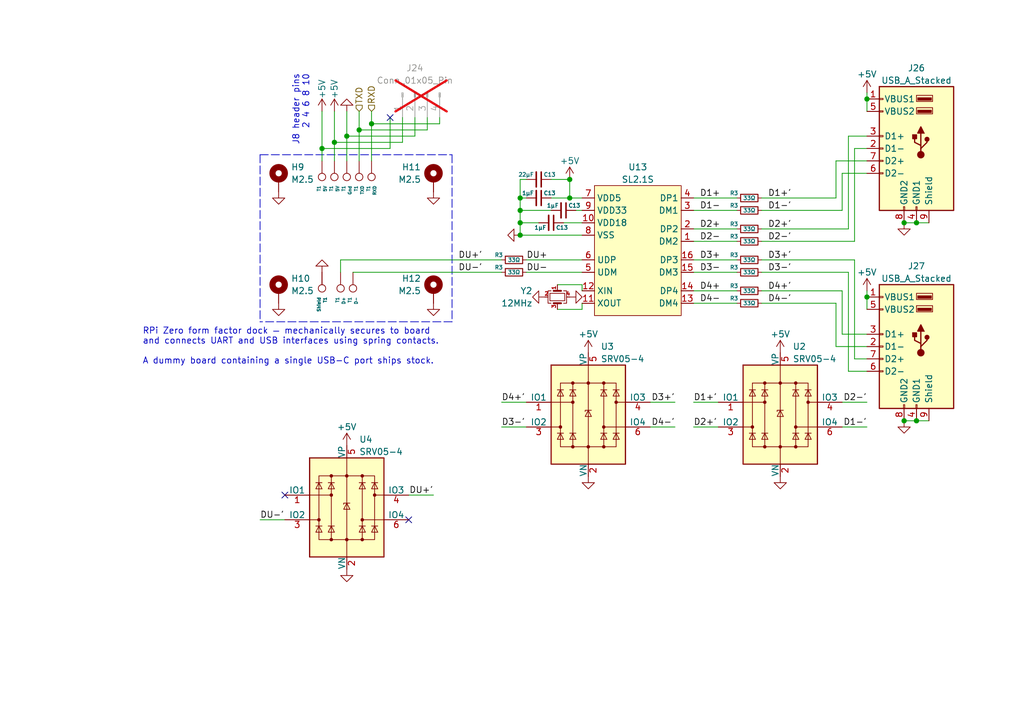
<source format=kicad_sch>
(kicad_sch (version 20230121) (generator eeschema)
  (paper "A5")
  (title_block (title "Raspberry Pi Zero Socket") (company "Meridi Engineering") (comment 1 "Mechanically attaches a Pi Zero and exposes USB and UART connections"))
  (lib_symbols
    (symbol "Connector:Conn_01x04_Pin" (pin_names (offset 1.016) hide)
      (property "Reference" "J" (at 0 5.08 0))
      (property "Value" "Conn_01x04_Pin" (at 0 -7.62 0))
      (symbol "Conn_01x04_Pin_1_1"
        (polyline (pts (xy 1.27 -5.08) (xy 0.8636 -5.08)) (stroke (width 0.1524)))
        (polyline (pts (xy 1.27 -2.54) (xy 0.8636 -2.54)) (stroke (width 0.1524)))
        (polyline (pts (xy 1.27 0) (xy 0.8636 0)) (stroke (width 0.1524)))
        (polyline (pts (xy 1.27 2.54) (xy 0.8636 2.54)) (stroke (width 0.1524)))
        (rectangle (start 0.8636 -4.953) (end 0 -5.207) (stroke (width 0.1524)) (fill (type outline)))
        (rectangle (start 0.8636 -2.413) (end 0 -2.667) (stroke (width 0.1524)) (fill (type outline)))
        (rectangle (start 0.8636 0.127) (end 0 -0.127) (stroke (width 0.1524)) (fill (type outline)))
        (rectangle (start 0.8636 2.667) (end 0 2.413) (stroke (width 0.1524)) (fill (type outline)))
        (pin passive line (at 5.08 2.54 180) (length 3.81) (name "Pin_1") (number "1"))
        (pin passive line (at 5.08 0 180) (length 3.81) (name "Pin_2") (number "2"))
        (pin passive line (at 5.08 -2.54 180) (length 3.81) (name "Pin_3") (number "3"))
        (pin passive line (at 5.08 -5.08 180) (length 3.81) (name "Pin_4") (number "4"))
      )
    )
    (symbol "Connector:TestPoint" (pin_numbers hide) (pin_names (offset 0.762) hide)
      (property "Reference" "TP" (at 0 6.858 0))
      (property "Value" "TestPoint" (at 0 5.08 0))
      (symbol "TestPoint_0_1"
        (circle (center 0 3.302) (radius 0.762))
      )
      (symbol "TestPoint_1_1"
        (pin passive line (at 0 0 90) (length 2.54) (name "1") (number "1"))
      )
    )
    (symbol "Connector:USB_A_Stacked" (pin_names (offset 1.016))
      (property "Reference" "J" (at 0 15.875 0))
      (property "Value" "USB_A_Stacked" (at 0 13.97 0))
      (symbol "USB_A_Stacked_0_1"
        (rectangle (start -7.62 12.7) (end 7.62 -12.7) (stroke (width 0.254)) (fill (type background)))
        (circle (center -2.159 1.905) (radius 0.381) (stroke (width 0.254)) (fill (type outline)))
        (circle (center -0.889 -1.27) (radius 0.635) (stroke (width 0.254)) (fill (type outline)))
        (rectangle (start -0.254 7.366) (end -3.048 7.874) (fill (type outline)))
        (rectangle (start -0.254 9.906) (end -3.048 10.414) (fill (type outline)))
        (rectangle (start -0.127 -12.7) (end 0.127 -11.938))
        (polyline (pts (xy -1.524 3.175) (xy -0.254 3.175) (xy -0.889 4.445) (xy -1.524 3.175)) (stroke (width 0.254)) (fill (type outline)))
        (polyline (pts (xy -0.889 -0.635) (xy -0.889 0) (xy -2.159 1.27) (xy -2.159 1.905)) (stroke (width 0.254)))
        (polyline (pts (xy -0.889 0) (xy -0.889 0.635) (xy 0.381 1.27) (xy 0.381 2.54)) (stroke (width 0.254)))
        (rectangle (start 0 2.794) (end 0.762 2.032) (stroke (width 0.254)) (fill (type outline)))
        (rectangle (start 0 7.112) (end -3.302 8.382))
        (rectangle (start 0 9.652) (end -3.302 10.922))
        (rectangle (start 2.413 -12.7) (end 2.667 -11.938))
        (rectangle (start 7.62 -5.207) (end 6.858 -4.953))
        (rectangle (start 7.62 -2.667) (end 6.858 -2.413))
        (rectangle (start 7.62 -0.127) (end 6.858 0.127))
        (rectangle (start 7.62 2.413) (end 6.858 2.667))
        (rectangle (start 7.62 7.493) (end 6.858 7.747))
        (rectangle (start 7.62 10.033) (end 6.858 10.287))
      )
      (symbol "USB_A_Stacked_1_1"
        (polyline (pts (xy -0.889 0.635) (xy -0.889 3.175)) (stroke (width 0.254)))
        (pin power_in line (at 10.16 10.16 180) (length 2.54) (name "VBUS1") (number "1"))
        (pin bidirectional line (at 10.16 0 180) (length 2.54) (name "D1-") (number "2"))
        (pin bidirectional line (at 10.16 2.54 180) (length 2.54) (name "D1+") (number "3"))
        (pin power_in line (at 0 -15.24 90) (length 2.54) (name "GND1") (number "4"))
        (pin power_in line (at 10.16 7.62 180) (length 2.54) (name "VBUS2") (number "5"))
        (pin bidirectional line (at 10.16 -5.08 180) (length 2.54) (name "D2-") (number "6"))
        (pin bidirectional line (at 10.16 -2.54 180) (length 2.54) (name "D2+") (number "7"))
        (pin power_in line (at 2.54 -15.24 90) (length 2.54) (name "GND2") (number "8"))
        (pin passive line (at -2.54 -15.24 90) (length 2.54) (name "Shield") (number "9"))
      )
    )
    (symbol "Device:C_Small" (pin_numbers hide) (pin_names (offset 0.254) hide)
      (property "Reference" "C" (at 0.254 1.778 0))
      (property "Value" "C_Small" (at 0.254 -2.032 0))
      (symbol "C_Small_0_1"
        (polyline (pts (xy -1.524 -0.508) (xy 1.524 -0.508)) (stroke (width 0.3302)))
        (polyline (pts (xy -1.524 0.508) (xy 1.524 0.508)) (stroke (width 0.3048)))
      )
      (symbol "C_Small_1_1"
        (pin passive line (at 0 2.54 270) (length 2.032) (name "~") (number "1"))
        (pin passive line (at 0 -2.54 90) (length 2.032) (name "~") (number "2"))
      )
    )
    (symbol "Device:Crystal_GND24_Small" (pin_names (offset 1.016) hide)
      (property "Reference" "Y" (at 1.27 4.445 0))
      (property "Value" "Crystal_GND24_Small" (at 1.27 2.54 0))
      (symbol "Crystal_GND24_Small_0_1"
        (rectangle (start -0.762 -1.524) (end 0.762 1.524))
        (polyline (pts (xy -1.27 -0.762) (xy -1.27 0.762)) (stroke (width 0.381)))
        (polyline (pts (xy 1.27 -0.762) (xy 1.27 0.762)) (stroke (width 0.381)))
        (polyline (pts (xy -1.27 -1.27) (xy -1.27 -1.905) (xy 1.27 -1.905) (xy 1.27 -1.27)))
        (polyline (pts (xy -1.27 1.27) (xy -1.27 1.905) (xy 1.27 1.905) (xy 1.27 1.27)))
      )
      (symbol "Crystal_GND24_Small_1_1"
        (pin passive line (at -2.54 0 0) (length 1.27) (name "1") (number "1"))
        (pin passive line (at 0 -2.54 90) (length 0.635) (name "2") (number "2"))
        (pin passive line (at 2.54 0 180) (length 1.27) (name "3") (number "3"))
        (pin passive line (at 0 2.54 270) (length 0.635) (name "4") (number "4"))
      )
    )
    (symbol "Device:R_Small" (pin_numbers hide) (pin_names (offset 0.254) hide)
      (property "Reference" "R" (at 0.762 0.508 0))
      (property "Value" "R_Small" (at 0.762 -1.016 0))
      (symbol "R_Small_0_1"
        (rectangle (start -0.762 1.778) (end 0.762 -1.778) (stroke (width 0.2032)))
      )
      (symbol "R_Small_1_1"
        (pin passive line (at 0 2.54 270) (length 0.762) (name "~") (number "1"))
        (pin passive line (at 0 -2.54 90) (length 0.762) (name "~") (number "2"))
      )
    )
    (symbol "Mechanical:MountingHole_Pad" (pin_numbers hide) (pin_names (offset 1.016) hide)
      (property "Reference" "H" (at 0 6.35 0))
      (property "Value" "MountingHole_Pad" (at 0 4.445 0))
      (symbol "MountingHole_Pad_0_1"
        (circle (center 0 1.27) (radius 1.27) (stroke (width 1.27)))
      )
      (symbol "MountingHole_Pad_1_1"
        (pin input line (at 0 -2.54 90) (length 2.54) (name "1") (number "1"))
      )
    )
    (symbol "Power_Protection:SRV05-4" (pin_names (offset 0))
      (property "Reference" "U" (at -5.08 11.43 0))
      (property "Value" "SRV05-4" (at 2.54 11.43 0))
      (symbol "SRV05-4_0_0"
        (rectangle (start -5.715 6.477) (end 5.715 -6.604))
        (polyline (pts (xy -3.175 -6.604) (xy -3.175 6.477)))
        (polyline (pts (xy 3.175 6.477) (xy 3.175 -6.604)))
      )
      (symbol "SRV05-4_0_1"
        (rectangle (start -7.62 10.16) (end 7.62 -10.16) (stroke (width 0.254)) (fill (type background)))
        (circle (center -5.715 -2.54) (radius 0.2794) (fill (type outline)))
        (circle (center -3.175 -6.604) (radius 0.2794) (fill (type outline)))
        (circle (center -3.175 2.54) (radius 0.2794) (fill (type outline)))
        (circle (center -3.175 6.477) (radius 0.2794) (fill (type outline)))
        (circle (center 0 -6.604) (radius 0.2794) (fill (type outline)))
        (polyline (pts (xy -7.747 2.54) (xy -3.175 2.54)))
        (polyline (pts (xy -7.62 -2.54) (xy -5.715 -2.54)))
        (polyline (pts (xy -5.08 -3.81) (xy -6.35 -3.81)))
        (polyline (pts (xy -5.08 5.08) (xy -6.35 5.08)))
        (polyline (pts (xy -2.54 -3.81) (xy -3.81 -3.81)))
        (polyline (pts (xy -2.54 5.08) (xy -3.81 5.08)))
        (polyline (pts (xy 0 10.16) (xy 0 -10.16)))
        (polyline (pts (xy 3.81 -3.81) (xy 2.54 -3.81)))
        (polyline (pts (xy 3.81 5.08) (xy 2.54 5.08)))
        (polyline (pts (xy 6.35 -3.81) (xy 5.08 -3.81)))
        (polyline (pts (xy 6.35 5.08) (xy 5.08 5.08)))
        (polyline (pts (xy 7.62 -2.54) (xy 3.175 -2.54)))
        (polyline (pts (xy 7.62 2.54) (xy 5.715 2.54)))
        (polyline (pts (xy 0.635 0.889) (xy -0.635 0.889) (xy -0.635 0.635)))
        (polyline (pts (xy -5.08 -5.08) (xy -6.35 -5.08) (xy -5.715 -3.81) (xy -5.08 -5.08)))
        (polyline (pts (xy -5.08 3.81) (xy -6.35 3.81) (xy -5.715 5.08) (xy -5.08 3.81)))
        (polyline (pts (xy -2.54 -5.08) (xy -3.81 -5.08) (xy -3.175 -3.81) (xy -2.54 -5.08)))
        (polyline (pts (xy -2.54 3.81) (xy -3.81 3.81) (xy -3.175 5.08) (xy -2.54 3.81)))
        (polyline (pts (xy 0.635 -0.381) (xy -0.635 -0.381) (xy 0 0.889) (xy 0.635 -0.381)))
        (polyline (pts (xy 3.81 -5.08) (xy 2.54 -5.08) (xy 3.175 -3.81) (xy 3.81 -5.08)))
        (polyline (pts (xy 3.81 3.81) (xy 2.54 3.81) (xy 3.175 5.08) (xy 3.81 3.81)))
        (polyline (pts (xy 6.35 -5.08) (xy 5.08 -5.08) (xy 5.715 -3.81) (xy 6.35 -5.08)))
        (polyline (pts (xy 6.35 3.81) (xy 5.08 3.81) (xy 5.715 5.08) (xy 6.35 3.81)))
        (circle (center 0 6.477) (radius 0.2794) (fill (type outline)))
        (circle (center 3.175 -6.604) (radius 0.2794) (fill (type outline)))
        (circle (center 3.175 -2.54) (radius 0.2794) (fill (type outline)))
        (circle (center 3.175 6.477) (radius 0.2794) (fill (type outline)))
        (circle (center 5.715 2.54) (radius 0.2794) (fill (type outline)))
      )
      (symbol "SRV05-4_1_1"
        (pin passive line (at -12.7 2.54 0) (length 5.08) (name "IO1") (number "1"))
        (pin passive line (at 0 -12.7 90) (length 2.54) (name "VN") (number "2"))
        (pin passive line (at -12.7 -2.54 0) (length 5.08) (name "IO2") (number "3"))
        (pin passive line (at 12.7 2.54 180) (length 5.08) (name "IO3") (number "4"))
        (pin passive line (at 0 12.7 270) (length 2.54) (name "VP") (number "5"))
        (pin passive line (at 12.7 -2.54 180) (length 5.08) (name "IO4") (number "6"))
      )
    )
    (symbol "corevus:SL2.1S"
      (property "Reference" "U" (at -8.89 -13.97 0))
      (property "Value" "SL2.1S" (at 8.89 -13.97 0))
      (symbol "SL2.1S_0_1"
        (rectangle (start -8.89 13.97) (end 8.89 -12.7) (fill (type background)))
        (pin unspecified line (at 11.43 2.54 180) (length 2.54) (name "DM2") (number "1"))
        (pin unspecified line (at -11.43 6.35 0) (length 2.54) (name "VDD18") (number "10"))
        (pin unspecified line (at -11.43 -10.16 0) (length 2.54) (name "XOUT") (number "11"))
        (pin unspecified line (at -11.43 -7.62 0) (length 2.54) (name "XIN") (number "12"))
        (pin unspecified line (at 11.43 -10.16 180) (length 2.54) (name "DM4") (number "13"))
        (pin unspecified line (at 11.43 -7.62 180) (length 2.54) (name "DP4") (number "14"))
        (pin unspecified line (at 11.43 -3.81 180) (length 2.54) (name "DM3") (number "15"))
        (pin unspecified line (at 11.43 -1.27 180) (length 2.54) (name "DP3") (number "16"))
        (pin unspecified line (at 11.43 5.08 180) (length 2.54) (name "DP2") (number "2"))
        (pin unspecified line (at 11.43 8.89 180) (length 2.54) (name "DM1") (number "3"))
        (pin unspecified line (at 11.43 11.43 180) (length 2.54) (name "DP1") (number "4"))
        (pin unspecified line (at -11.43 -3.81 0) (length 2.54) (name "UDM") (number "5"))
        (pin unspecified line (at -11.43 -1.27 0) (length 2.54) (name "UDP") (number "6"))
        (pin unspecified line (at -11.43 11.43 0) (length 2.54) (name "VDD5") (number "7"))
        (pin unspecified line (at -11.43 3.81 0) (length 2.54) (name "VSS") (number "8"))
        (pin unspecified line (at -11.43 8.89 0) (length 2.54) (name "VDD33") (number "9"))
      )
    )
    (symbol "power:+5V" (power) (pin_names (offset 0))
      (property "Value" "+5V" (at 0 3.556 0))
      (symbol "+5V_0_1"
        (polyline (pts (xy -0.762 1.27) (xy 0 2.54)))
        (polyline (pts (xy 0 0) (xy 0 2.54)))
        (polyline (pts (xy 0 2.54) (xy 0.762 1.27)))
      )
      (symbol "+5V_1_1"
        (pin power_in line (at 0 0 90) (length 0) hide (name "+5V") (number "1"))
      )
    )
    (symbol "power:GND" (power) (pin_names (offset 0))
      (property "Value" "GND" (at 0 -3.81 0))
      (symbol "GND_0_1"
        (polyline (pts (xy 0 0) (xy 0 -1.27) (xy 1.27 -1.27) (xy 0 -2.54) (xy -1.27 -1.27) (xy 0 -1.27)))
      )
      (symbol "GND_1_1"
        (pin power_in line (at 0 0 270) (length 0) hide (name "GND") (number "1"))
      )
    )
  )
  (junction (at 76.2 25.4))
  (junction (at 185.42 45.72))
  (junction (at 71.12 27.94))
  (junction (at 177.8 20.32))
  (junction (at 66.04 30.48))
  (junction (at 68.58 29.21))
  (junction (at 106.68 43.18))
  (junction (at 106.68 40.64))
  (junction (at 116.84 40.64))
  (junction (at 73.66 26.67))
  (junction (at 185.42 86.36))
  (junction (at 177.8 60.96))
  (junction (at 187.96 86.36))
  (junction (at 106.68 45.72))
  (junction (at 187.96 45.72))
  (junction (at 116.84 36.83))
  (junction (at 106.68 48.26))
  (no_connect (at 83.82 106.68))
  (no_connect (at 58.42 101.6))
  (no_connect (at 80.01 24.13))
  (wire (pts (xy 156.21 40.64) (xy 171.45 40.64)))
  (wire (pts (xy 113.03 36.83) (xy 116.84 36.83)))
  (wire (pts (xy 142.24 53.34) (xy 151.13 53.34)))
  (wire (pts (xy 90.17 25.4) (xy 90.17 24.13)))
  (wire (pts (xy 87.63 26.67) (xy 87.63 24.13)))
  (wire (pts (xy 151.13 40.64) (xy 142.24 40.64)))
  (wire (pts (xy 175.26 30.48) (xy 177.8 30.48)))
  (wire (pts (xy 156.21 49.53) (xy 175.26 49.53)))
  (wire (pts (xy 172.72 35.56) (xy 172.72 43.18)))
  (wire (pts (xy 106.68 45.72) (xy 110.49 45.72)))
  (wire (pts (xy 71.12 27.94) (xy 85.09 27.94)))
  (wire (pts (xy 142.24 82.55) (xy 147.32 82.55)))
  (wire (pts (xy 156.21 59.69) (xy 172.72 59.69)))
  (wire (pts (xy 107.95 53.34) (xy 119.38 53.34)))
  (polyline (pts (xy 92.71 31.75) (xy 92.71 66.04)) (stroke (width 0) (type dash)))
  (wire (pts (xy 142.24 43.18) (xy 151.13 43.18)))
  (wire (pts (xy 118.11 43.18) (xy 119.38 43.18)))
  (wire (pts (xy 175.26 30.48) (xy 175.26 49.53)))
  (wire (pts (xy 71.12 33.02) (xy 71.12 27.94)))
  (wire (pts (xy 85.09 27.94) (xy 85.09 24.13)))
  (wire (pts (xy 106.68 45.72) (xy 106.68 48.26)))
  (wire (pts (xy 53.34 106.68) (xy 58.42 106.68)))
  (wire (pts (xy 187.96 86.36) (xy 190.5 86.36)))
  (wire (pts (xy 177.8 19.05) (xy 177.8 20.32)))
  (wire (pts (xy 106.68 40.64) (xy 107.95 40.64)))
  (wire (pts (xy 76.2 22.86) (xy 76.2 25.4)))
  (wire (pts (xy 107.95 55.88) (xy 119.38 55.88)))
  (wire (pts (xy 156.21 53.34) (xy 175.26 53.34)))
  (wire (pts (xy 76.2 25.4) (xy 90.17 25.4)))
  (wire (pts (xy 82.55 29.21) (xy 82.55 24.13)))
  (wire (pts (xy 156.21 62.23) (xy 171.45 62.23)))
  (wire (pts (xy 142.24 62.23) (xy 151.13 62.23)))
  (wire (pts (xy 177.8 59.69) (xy 177.8 60.96)))
  (wire (pts (xy 156.21 46.99) (xy 173.99 46.99)))
  (wire (pts (xy 156.21 55.88) (xy 173.99 55.88)))
  (wire (pts (xy 102.87 82.55) (xy 107.95 82.55)))
  (wire (pts (xy 72.39 55.88) (xy 102.87 55.88)))
  (wire (pts (xy 119.38 59.69) (xy 119.38 58.42)))
  (wire (pts (xy 175.26 53.34) (xy 175.26 73.66)))
  (wire (pts (xy 116.84 36.83) (xy 116.84 40.64)))
  (wire (pts (xy 106.68 43.18) (xy 106.68 45.72)))
  (wire (pts (xy 173.99 76.2) (xy 177.8 76.2)))
  (wire (pts (xy 68.58 22.86) (xy 68.58 29.21)))
  (wire (pts (xy 173.99 55.88) (xy 173.99 76.2)))
  (wire (pts (xy 102.87 87.63) (xy 107.95 87.63)))
  (wire (pts (xy 114.3 63.5) (xy 119.38 63.5)))
  (wire (pts (xy 68.58 29.21) (xy 82.55 29.21)))
  (wire (pts (xy 66.04 33.02) (xy 66.04 30.48)))
  (wire (pts (xy 171.45 62.23) (xy 171.45 71.12)))
  (wire (pts (xy 76.2 25.4) (xy 76.2 33.02)))
  (wire (pts (xy 177.8 20.32) (xy 177.8 22.86)))
  (wire (pts (xy 177.8 82.55) (xy 172.72 82.55)))
  (wire (pts (xy 80.01 30.48) (xy 80.01 24.13)))
  (wire (pts (xy 113.03 40.64) (xy 116.84 40.64)))
  (wire (pts (xy 185.42 86.36) (xy 187.96 86.36)))
  (wire (pts (xy 142.24 87.63) (xy 147.32 87.63)))
  (wire (pts (xy 151.13 46.99) (xy 142.24 46.99)))
  (wire (pts (xy 138.43 87.63) (xy 133.35 87.63)))
  (wire (pts (xy 138.43 82.55) (xy 133.35 82.55)))
  (wire (pts (xy 185.42 45.72) (xy 187.96 45.72)))
  (wire (pts (xy 172.72 68.58) (xy 172.72 59.69)))
  (wire (pts (xy 68.58 29.21) (xy 68.58 33.02)))
  (wire (pts (xy 187.96 45.72) (xy 190.5 45.72)))
  (wire (pts (xy 73.66 26.67) (xy 73.66 33.02)))
  (wire (pts (xy 106.68 43.18) (xy 113.03 43.18)))
  (wire (pts (xy 114.3 58.42) (xy 119.38 58.42)))
  (wire (pts (xy 142.24 49.53) (xy 151.13 49.53)))
  (wire (pts (xy 151.13 59.69) (xy 142.24 59.69)))
  (wire (pts (xy 66.04 30.48) (xy 80.01 30.48)))
  (wire (pts (xy 73.66 22.86) (xy 73.66 26.67)))
  (wire (pts (xy 73.66 26.67) (xy 87.63 26.67)))
  (wire (pts (xy 177.8 60.96) (xy 177.8 63.5)))
  (wire (pts (xy 156.21 43.18) (xy 172.72 43.18)))
  (wire (pts (xy 69.85 53.34) (xy 102.87 53.34)))
  (polyline (pts (xy 92.71 66.04) (xy 53.34 66.04)) (stroke (width 0) (type dash)))
  (polyline (pts (xy 53.34 31.75) (xy 53.34 66.04)) (stroke (width 0) (type dash)))
  (wire (pts (xy 106.68 40.64) (xy 106.68 43.18)))
  (wire (pts (xy 173.99 27.94) (xy 173.99 46.99)))
  (wire (pts (xy 66.04 22.86) (xy 66.04 30.48)))
  (wire (pts (xy 106.68 36.83) (xy 107.95 36.83)))
  (wire (pts (xy 173.99 27.94) (xy 177.8 27.94)))
  (wire (pts (xy 88.9 101.6) (xy 83.82 101.6)))
  (wire (pts (xy 175.26 73.66) (xy 177.8 73.66)))
  (wire (pts (xy 172.72 35.56) (xy 177.8 35.56)))
  (wire (pts (xy 177.8 87.63) (xy 172.72 87.63)))
  (wire (pts (xy 71.12 22.86) (xy 71.12 27.94)))
  (polyline (pts (xy 53.34 31.75) (xy 92.71 31.75)) (stroke (width 0) (type dash)))
  (wire (pts (xy 171.45 71.12) (xy 177.8 71.12)))
  (wire (pts (xy 171.45 33.02) (xy 177.8 33.02)))
  (wire (pts (xy 172.72 68.58) (xy 177.8 68.58)))
  (wire (pts (xy 115.57 45.72) (xy 119.38 45.72)))
  (wire (pts (xy 116.84 40.64) (xy 119.38 40.64)))
  (wire (pts (xy 171.45 33.02) (xy 171.45 40.64)))
  (wire (pts (xy 119.38 63.5) (xy 119.38 62.23)))
  (wire (pts (xy 106.68 36.83) (xy 106.68 40.64)))
  (wire (pts (xy 106.68 48.26) (xy 119.38 48.26)))
  (wire (pts (xy 142.24 55.88) (xy 151.13 55.88)))
  (wire (pts (xy 69.85 53.34) (xy 69.85 55.88)))
  (text "RPi Zero form factor dock — mechanically secures to board\nand connects UART and USB interfaces using spring contacts.\n\nA dummy board containing a single USB-C port ships stock." (at 29.21 74.93 0) (effects (font (size 1.27 1.27)) (justify left bottom)))
  (text "J8 header pins\n2 4 6 8 10" (at 63.5 15.24 90) (effects (font (size 1.27 1.27)) (justify right bottom)))
  (label "D2+'" (at 157.48 46.99 0))
  (label "D2+'" (at 142.24 87.63 0))
  (label "D3-'" (at 102.87 87.63 0))
  (label "D2+" (at 143.51 46.99 0))
  (label "DU+'" (at 93.98 53.34 0))
  (label "D4+'" (at 102.87 82.55 0))
  (label "D2-" (at 143.51 49.53 0))
  (label "D3+" (at 143.51 53.34 0))
  (label "D1-" (at 143.51 43.18 0))
  (label "D1+'" (at 157.48 40.64 0))
  (label "D3+'" (at 138.43 82.55 180))
  (label "D1-'" (at 177.8 87.63 180))
  (label "D3-'" (at 157.48 55.88 0))
  (label "D3+'" (at 157.48 53.34 0))
  (label "DU+'" (at 88.9 101.6 180))
  (label "D4-" (at 143.51 62.23 0))
  (label "DU-'" (at 53.34 106.68 0))
  (label "DU-" (at 107.95 55.88 0))
  (label "D1+" (at 143.51 40.64 0))
  (label "DU-'" (at 93.98 55.88 0))
  (label "D4+'" (at 157.48 59.69 0))
  (label "D4-'" (at 157.48 62.23 0))
  (label "D1-'" (at 157.48 43.18 0))
  (label "D2-'" (at 157.48 49.53 0))
  (label "D4-'" (at 138.43 87.63 180))
  (label "D4+" (at 143.51 59.69 0))
  (label "D3-" (at 143.51 55.88 0))
  (label "DU+" (at 107.95 53.34 0))
  (label "D1+'" (at 142.24 82.55 0))
  (label "D2-'" (at 177.8 82.55 180))
  (hierarchical_label "TXD" (shape input) (at 73.66 22.86 90))
  (hierarchical_label "RXD" (shape input) (at 76.2 22.86 90))
  (symbol (lib_id "Device:C_Small") (at 115.57 43.18 270) (unit 1)
    (property "Reference" "C13" (at 116.57 42.18 90) (effects (font (size 0.8 0.8)) (justify left)))
    (property "Value" "1μF" (at 114.57 42.18 90) (effects (font (size 0.8 0.8)) (justify right)))
    (property "Footprint" "AlphaLib:0402C" (effects hide))
    (instances (project "driver-tmc5160" (path "" (reference "C13") (unit 1))) (project "corevus-g" (path "" (reference "C51") (unit 1)) (path "" (reference "C66") (unit 1)) (path "" (reference "C88") (unit 1)) (path "" (reference "C93") (unit 1))))
  )
  (symbol (lib_id "Power_Protection:SRV05-4") (at 120.65 85.09 0) (unit 1)
    (property "Reference" "U3" (at 123.19 71.12 0) (effects (justify left)))
    (property "Value" "SRV05-4" (at 123.19 73.66 0) (effects (justify left)))
    (property "Footprint" "Package_TO_SOT_SMD:SOT-23-6" (effects hide))
    (property "Datasheet" "http://www.onsemi.com/pub/Collateral/SRV05-4-D.PDF" (effects hide))
  )
  (symbol (lib_id "power:GND") (at 57.15 39.37 0) (unit 1)
    (property "Reference" "#PWR0109" (effects hide))
    (property "Value" "GND" (effects hide))
    (instances (project "corevus-g" (path "" (reference "#PWR0109") (unit 1)) (path "" (reference "#PWR0211") (unit 1))))
  )
  (symbol (lib_id "Connector:TestPoint") (at 72.39 55.88 0) (mirror x) (unit 1)
    (property "Reference" "T1" (at 71.755 60.96 90) (effects (font (size 0.635 0.635)) (justify left)))
    (property "Value" "D-" (at 73.025 60.96 90) (effects (font (size 0.635 0.635)) (justify left)))
    (property "Footprint" "corevus:LGA_Spring" (effects hide))
    (instances (project "corevus-g" (path "" (reference "T1") (unit 1)) (path "" (reference "T46") (unit 1))))
  )
  (symbol (lib_id "Device:Crystal_GND24_Small") (at 114.3 60.96 270) (unit 1)
    (property "Reference" "Y2" (at 109.22 59.69 90) (effects (justify right)))
    (property "Value" "12MHz" (at 109.22 62.23 90) (effects (justify right)))
    (property "Footprint" "Crystal:Crystal_SMD_3225-4Pin_3.2x2.5mm" (effects hide))
  )
  (symbol (lib_id "power:GND") (at 160.02 97.79 0) (unit 1)
    (property "Reference" "#PWR0109" (effects hide))
    (property "Value" "GND" (effects hide))
    (instances (project "corevus-g" (path "" (reference "#PWR0109") (unit 1)) (path "" (reference "#PWR0177") (unit 1))))
  )
  (symbol (lib_id "power:+5V") (at 71.12 91.44 0) (unit 1)
    (property "Reference" "#PWR0208" (effects hide))
    (property "Value" "+5V" (at 71.12 87.63 0))
  )
  (symbol (lib_id "Mechanical:MountingHole_Pad") (at 88.9 36.83 0) (mirror y) (unit 1)
    (property "Reference" "H11" (at 86.36 34.29 0) (effects (justify left)))
    (property "Value" "M2.5" (at 86.36 36.83 0) (effects (justify left)))
    (property "Footprint" "corevus:M3_M2.5_PCB_Nut" (effects hide))
  )
  (symbol (lib_id "Device:R_Small") (at 153.67 53.34 270) (mirror x) (unit 1)
    (property "Reference" "R3" (at 151.4 52.34 90) (effects (font (size 0.8 0.8)) (justify right)))
    (property "Value" "33Ω" (at 153.67 53.34 90) (effects (font (size 0.8 0.8))))
    (property "Footprint" "AlphaLib:0402R" (effects hide))
    (instances (project "driver-tmc5160" (path "" (reference "R3") (unit 1))) (project "corevus-g" (path "" (reference "R76") (unit 1)) (path "" (reference "R79") (unit 1))))
  )
  (symbol (lib_id "Mechanical:MountingHole_Pad") (at 88.9 59.69 0) (mirror y) (unit 1)
    (property "Reference" "H12" (at 86.36 57.15 0) (effects (justify left)))
    (property "Value" "M2.5" (at 86.36 59.69 0) (effects (justify left)))
    (property "Footprint" "corevus:M3_M2.5_PCB_Nut" (effects hide))
  )
  (symbol (lib_id "Connector:USB_A_Stacked") (at 187.96 30.48 0) (mirror y) (unit 1)
    (property "Reference" "J26" (at 187.96 13.97 0))
    (property "Value" "USB_A_Stacked" (at 187.96 16.51 0))
    (property "Footprint" "corevus:USB_Type-A_x2" (effects hide))
    (property "Datasheet" " ~" (effects hide))
  )
  (symbol (lib_id "Connector:USB_A_Stacked") (at 187.96 71.12 0) (mirror y) (unit 1)
    (property "Reference" "J27" (at 187.96 54.61 0))
    (property "Value" "USB_A_Stacked" (at 187.96 57.15 0))
    (property "Footprint" "corevus:USB_Type-A_x2" (effects hide))
    (property "Datasheet" " ~" (effects hide))
  )
  (symbol (lib_id "corevus:SL2.1S") (at 130.81 52.07 0) (unit 1)
    (property "Reference" "U13" (at 130.81 34.29 0))
    (property "Value" "SL2.1S" (at 130.81 36.83 0))
    (property "Footprint" "corevus:SL2.1S" (effects hide))
    (property "LCSC Part" "C2684433" (effects hide))
  )
  (symbol (lib_id "Mechanical:MountingHole_Pad") (at 57.15 59.69 0) (unit 1)
    (property "Reference" "H10" (at 59.69 57.15 0) (effects (justify left)))
    (property "Value" "M2.5" (at 59.69 59.69 0) (effects (justify left)))
    (property "Footprint" "corevus:M3_M2.5_PCB_Nut" (effects hide))
  )
  (symbol (lib_id "power:+5V") (at 116.84 36.83 0) (unit 1)
    (property "Reference" "#PWR0168" (effects hide))
    (property "Value" "+5V" (at 116.84 33.02 0))
  )
  (symbol (lib_id "power:GND") (at 88.9 39.37 0) (unit 1)
    (property "Reference" "#PWR0109" (effects hide))
    (property "Value" "GND" (effects hide))
    (instances (project "corevus-g" (path "" (reference "#PWR0109") (unit 1)) (path "" (reference "#PWR0219") (unit 1))))
  )
  (symbol (lib_id "Power_Protection:SRV05-4") (at 160.02 85.09 0) (unit 1)
    (property "Reference" "U2" (at 162.56 71.12 0) (effects (justify left)))
    (property "Value" "SRV05-4" (at 162.56 73.66 0) (effects (justify left)))
    (property "Footprint" "Package_TO_SOT_SMD:SOT-23-6" (effects hide))
    (property "Datasheet" "http://www.onsemi.com/pub/Collateral/SRV05-4-D.PDF" (effects hide))
  )
  (symbol (lib_id "Device:R_Small") (at 153.67 40.64 270) (mirror x) (unit 1)
    (property "Reference" "R3" (at 151.4 39.64 90) (effects (font (size 0.8 0.8)) (justify right)))
    (property "Value" "33Ω" (at 153.67 40.64 90) (effects (font (size 0.8 0.8))))
    (property "Footprint" "AlphaLib:0402R" (effects hide))
    (instances (project "driver-tmc5160" (path "" (reference "R3") (unit 1))) (project "corevus-g" (path "" (reference "R76") (unit 1)) (path "" (reference "R75") (unit 1))))
  )
  (symbol (lib_id "power:GND") (at 57.15 62.23 0) (unit 1)
    (property "Reference" "#PWR0109" (effects hide))
    (property "Value" "GND" (effects hide))
    (instances (project "corevus-g" (path "" (reference "#PWR0109") (unit 1)) (path "" (reference "#PWR0212") (unit 1))))
  )
  (symbol (lib_id "power:+5V") (at 68.58 22.86 0) (mirror y) (unit 1)
    (property "Reference" "#PWR0214" (effects hide))
    (property "Value" "+5V" (at 68.58 20.32 90) (effects (justify left)))
  )
  (symbol (lib_id "power:GND") (at 71.12 116.84 0) (unit 1)
    (property "Reference" "#PWR0109" (effects hide))
    (property "Value" "GND" (effects hide))
    (instances (project "corevus-g" (path "" (reference "#PWR0109") (unit 1)) (path "" (reference "#PWR0216") (unit 1))))
  )
  (symbol (lib_id "Device:R_Small") (at 105.41 55.88 270) (mirror x) (unit 1)
    (property "Reference" "R3" (at 103.14 54.88 90) (effects (font (size 0.8 0.8)) (justify right)))
    (property "Value" "33Ω" (at 105.41 55.88 90) (effects (font (size 0.8 0.8))))
    (property "Footprint" "AlphaLib:0402R" (effects hide))
    (instances (project "driver-tmc5160" (path "" (reference "R3") (unit 1))) (project "corevus-g" (path "" (reference "R76") (unit 1)) (path "" (reference "R70") (unit 1))))
  )
  (symbol (lib_id "Power_Protection:SRV05-4") (at 71.12 104.14 0) (unit 1)
    (property "Reference" "U4" (at 73.66 90.17 0) (effects (justify left)))
    (property "Value" "SRV05-4" (at 73.66 92.71 0) (effects (justify left)))
    (property "Footprint" "Package_TO_SOT_SMD:SOT-23-6" (effects hide))
    (property "Datasheet" "http://www.onsemi.com/pub/Collateral/SRV05-4-D.PDF" (effects hide))
  )
  (symbol (lib_id "Connector:TestPoint") (at 76.2 33.02 0) (mirror x) (unit 1)
    (property "Reference" "T1" (at 75.565 38.1 90) (effects (font (size 0.635 0.635)) (justify left)))
    (property "Value" "RXD" (at 76.835 38.1 90) (effects (font (size 0.635 0.635)) (justify left)))
    (property "Footprint" "corevus:LGA_Spring" (effects hide))
    (instances (project "corevus-g" (path "" (reference "T1") (unit 1)) (path "" (reference "T37") (unit 1))))
  )
  (symbol (lib_id "Connector:TestPoint") (at 71.12 33.02 0) (mirror x) (unit 1)
    (property "Reference" "T1" (at 70.485 38.1 90) (effects (font (size 0.635 0.635)) (justify left)))
    (property "Value" "Gnd" (at 71.755 38.1 90) (effects (font (size 0.635 0.635)) (justify left)))
    (property "Footprint" "corevus:LGA_Spring" (effects hide))
    (instances (project "corevus-g" (path "" (reference "T1") (unit 1)) (path "" (reference "T35") (unit 1))))
  )
  (symbol (lib_id "power:GND") (at 116.84 60.96 90) (mirror x) (unit 1)
    (property "Reference" "#PWR0109" (effects hide))
    (property "Value" "GND" (effects hide))
    (instances (project "corevus-g" (path "" (reference "#PWR0109") (unit 1)) (path "" (reference "#PWR0225") (unit 1))))
  )
  (symbol (lib_id "power:GND") (at 185.42 45.72 0) (mirror y) (unit 1)
    (property "Reference" "#PWR0109" (effects hide))
    (property "Value" "GND" (effects hide))
    (instances (project "corevus-g" (path "" (reference "#PWR0109") (unit 1)) (path "" (reference "#PWR0233") (unit 1))))
  )
  (symbol (lib_id "power:GND") (at 71.12 22.86 0) (mirror x) (unit 1)
    (property "Reference" "#PWR0109" (effects hide))
    (property "Value" "GND" (effects hide))
    (instances (project "corevus-g" (path "" (reference "#PWR0109") (unit 1)) (path "" (reference "#PWR0215") (unit 1))))
  )
  (symbol (lib_id "power:GND") (at 106.68 48.26 270) (unit 1)
    (property "Reference" "#PWR0109" (effects hide))
    (property "Value" "GND" (effects hide))
    (instances (project "corevus-g" (path "" (reference "#PWR0109") (unit 1)) (path "" (reference "#PWR0112") (unit 1))))
  )
  (symbol (lib_id "Device:C_Small") (at 113.03 45.72 270) (mirror x) (unit 1)
    (property "Reference" "C13" (at 114.03 46.72 90) (effects (font (size 0.8 0.8)) (justify left)))
    (property "Value" "1μF" (at 112.03 46.72 90) (effects (font (size 0.8 0.8)) (justify right)))
    (property "Footprint" "AlphaLib:0402C" (effects hide))
    (instances (project "driver-tmc5160" (path "" (reference "C13") (unit 1))) (project "corevus-g" (path "" (reference "C51") (unit 1)) (path "" (reference "C66") (unit 1)) (path "" (reference "C88") (unit 1)) (path "" (reference "C76") (unit 1))))
  )
  (symbol (lib_id "Device:C_Small") (at 110.49 40.64 270) (unit 1)
    (property "Reference" "C13" (at 111.49 39.64 90) (effects (font (size 0.8 0.8)) (justify left)))
    (property "Value" "1μF" (at 109.49 39.64 90) (effects (font (size 0.8 0.8)) (justify right)))
    (property "Footprint" "AlphaLib:0402C" (effects hide))
    (instances (project "driver-tmc5160" (path "" (reference "C13") (unit 1))) (project "corevus-g" (path "" (reference "C51") (unit 1)) (path "" (reference "C66") (unit 1)) (path "" (reference "C88") (unit 1)) (path "" (reference "C98") (unit 1))))
  )
  (symbol (lib_id "Connector:Conn_01x04_Pin") (at 85.09 19.05 90) (mirror x) (unit 1) (dnp yes)
    (property "Reference" "J24" (at 85.09 13.97 90))
    (property "Value" "Conn_01x05_Pin" (at 85.09 16.51 90))
    (property "Footprint" "Connector_PinHeader_2.54mm:PinHeader_1x04_P2.54mm_Vertical" (effects hide))
  )
  (symbol (lib_id "power:+5V") (at 160.02 72.39 0) (unit 1)
    (property "Reference" "#PWR0182" (effects hide))
    (property "Value" "+5V" (at 160.02 68.58 0))
  )
  (symbol (lib_id "Mechanical:MountingHole_Pad") (at 57.15 36.83 0) (unit 1)
    (property "Reference" "H9" (at 59.69 34.29 0) (effects (justify left)))
    (property "Value" "M2.5" (at 59.69 36.83 0) (effects (justify left)))
    (property "Footprint" "corevus:M3_M2.5_PCB_Nut" (effects hide))
  )
  (symbol (lib_id "power:GND") (at 185.42 86.36 0) (mirror y) (unit 1)
    (property "Reference" "#PWR0109" (effects hide))
    (property "Value" "GND" (effects hide))
    (instances (project "corevus-g" (path "" (reference "#PWR0109") (unit 1)) (path "" (reference "#PWR0234") (unit 1))))
  )
  (symbol (lib_id "power:+5V") (at 177.8 19.05 0) (unit 1)
    (property "Reference" "#PWR0231" (effects hide))
    (property "Value" "+5V" (at 177.8 15.24 0))
  )
  (symbol (lib_id "Device:R_Small") (at 105.41 53.34 270) (mirror x) (unit 1)
    (property "Reference" "R3" (at 103.14 52.34 90) (effects (font (size 0.8 0.8)) (justify right)))
    (property "Value" "33Ω" (at 105.41 53.34 90) (effects (font (size 0.8 0.8))))
    (property "Footprint" "AlphaLib:0402R" (effects hide))
    (instances (project "driver-tmc5160" (path "" (reference "R3") (unit 1))) (project "corevus-g" (path "" (reference "R76") (unit 1)) (path "" (reference "R69") (unit 1))))
  )
  (symbol (lib_id "Device:R_Small") (at 153.67 59.69 270) (mirror x) (unit 1)
    (property "Reference" "R3" (at 151.4 58.69 90) (effects (font (size 0.8 0.8)) (justify right)))
    (property "Value" "33Ω" (at 153.67 59.69 90) (effects (font (size 0.8 0.8))))
    (property "Footprint" "AlphaLib:0402R" (effects hide))
    (instances (project "driver-tmc5160" (path "" (reference "R3") (unit 1))) (project "corevus-g" (path "" (reference "R76") (unit 1)) (path "" (reference "R81") (unit 1))))
  )
  (symbol (lib_id "Device:R_Small") (at 153.67 43.18 270) (mirror x) (unit 1)
    (property "Reference" "R3" (at 151.4 42.18 90) (effects (font (size 0.8 0.8)) (justify right)))
    (property "Value" "33Ω" (at 153.67 43.18 90) (effects (font (size 0.8 0.8))))
    (property "Footprint" "AlphaLib:0402R" (effects hide))
    (instances (project "driver-tmc5160" (path "" (reference "R3") (unit 1))) (project "corevus-g" (path "" (reference "R76") (unit 1)) (path "" (reference "R76") (unit 1))))
  )
  (symbol (lib_id "power:GND") (at 111.76 60.96 270) (unit 1)
    (property "Reference" "#PWR0109" (effects hide))
    (property "Value" "GND" (effects hide))
    (instances (project "corevus-g" (path "" (reference "#PWR0109") (unit 1)) (path "" (reference "#PWR0223") (unit 1))))
  )
  (symbol (lib_id "power:+5V") (at 66.04 22.86 0) (mirror y) (unit 1)
    (property "Reference" "#PWR0213" (effects hide))
    (property "Value" "+5V" (at 66.04 20.32 90) (effects (justify left)))
  )
  (symbol (lib_id "Device:R_Small") (at 153.67 49.53 270) (mirror x) (unit 1)
    (property "Reference" "R3" (at 151.4 48.53 90) (effects (font (size 0.8 0.8)) (justify right)))
    (property "Value" "33Ω" (at 153.67 49.53 90) (effects (font (size 0.8 0.8))))
    (property "Footprint" "AlphaLib:0402R" (effects hide))
    (instances (project "driver-tmc5160" (path "" (reference "R3") (unit 1))) (project "corevus-g" (path "" (reference "R76") (unit 1)) (path "" (reference "R78") (unit 1))))
  )
  (symbol (lib_id "power:GND") (at 120.65 97.79 0) (unit 1)
    (property "Reference" "#PWR0109" (effects hide))
    (property "Value" "GND" (effects hide))
    (instances (project "corevus-g" (path "" (reference "#PWR0109") (unit 1)) (path "" (reference "#PWR0199") (unit 1))))
  )
  (symbol (lib_id "power:+5V") (at 120.65 72.39 0) (unit 1)
    (property "Reference" "#PWR0195" (effects hide))
    (property "Value" "+5V" (at 120.65 68.58 0))
  )
  (symbol (lib_id "Device:R_Small") (at 153.67 62.23 270) (mirror x) (unit 1)
    (property "Reference" "R3" (at 151.4 61.23 90) (effects (font (size 0.8 0.8)) (justify right)))
    (property "Value" "33Ω" (at 153.67 62.23 90) (effects (font (size 0.8 0.8))))
    (property "Footprint" "AlphaLib:0402R" (effects hide))
    (instances (project "driver-tmc5160" (path "" (reference "R3") (unit 1))) (project "corevus-g" (path "" (reference "R76") (unit 1)) (path "" (reference "R82") (unit 1))))
  )
  (symbol (lib_id "power:+5V") (at 177.8 59.69 0) (unit 1)
    (property "Reference" "#PWR0232" (effects hide))
    (property "Value" "+5V" (at 177.8 55.88 0))
  )
  (symbol (lib_id "Connector:TestPoint") (at 73.66 33.02 0) (mirror x) (unit 1)
    (property "Reference" "T1" (at 73.025 38.1 90) (effects (font (size 0.635 0.635)) (justify left)))
    (property "Value" "TXD" (at 74.295 38.1 90) (effects (font (size 0.635 0.635)) (justify left)))
    (property "Footprint" "corevus:LGA_Spring" (effects hide))
    (instances (project "corevus-g" (path "" (reference "T1") (unit 1)) (path "" (reference "T36") (unit 1))))
  )
  (symbol (lib_id "Device:R_Small") (at 153.67 55.88 270) (mirror x) (unit 1)
    (property "Reference" "R3" (at 151.4 54.88 90) (effects (font (size 0.8 0.8)) (justify right)))
    (property "Value" "33Ω" (at 153.67 55.88 90) (effects (font (size 0.8 0.8))))
    (property "Footprint" "AlphaLib:0402R" (effects hide))
    (instances (project "driver-tmc5160" (path "" (reference "R3") (unit 1))) (project "corevus-g" (path "" (reference "R76") (unit 1)) (path "" (reference "R80") (unit 1))))
  )
  (symbol (lib_id "Connector:TestPoint") (at 66.04 55.88 180) (unit 1)
    (property "Reference" "T1" (at 66.675 60.96 90) (effects (font (size 0.635 0.635)) (justify left)))
    (property "Value" "Shield" (at 65.405 60.96 90) (effects (font (size 0.635 0.635)) (justify left)))
    (property "Footprint" "corevus:LGA_Spring" (effects hide))
    (instances (project "corevus-g" (path "" (reference "T1") (unit 1)) (path "" (reference "T44") (unit 1))))
  )
  (symbol (lib_id "power:GND") (at 88.9 62.23 0) (unit 1)
    (property "Reference" "#PWR0109" (effects hide))
    (property "Value" "GND" (effects hide))
    (instances (project "corevus-g" (path "" (reference "#PWR0109") (unit 1)) (path "" (reference "#PWR0220") (unit 1))))
  )
  (symbol (lib_id "Connector:TestPoint") (at 68.58 33.02 0) (mirror x) (unit 1)
    (property "Reference" "T1" (at 67.945 38.1 90) (effects (font (size 0.635 0.635)) (justify left)))
    (property "Value" "5V" (at 69.215 38.1 90) (effects (font (size 0.635 0.635)) (justify left)))
    (property "Footprint" "corevus:LGA_Spring" (effects hide))
    (instances (project "corevus-g" (path "" (reference "T1") (unit 1)) (path "" (reference "T34") (unit 1))))
  )
  (symbol (lib_id "Device:R_Small") (at 153.67 46.99 270) (mirror x) (unit 1)
    (property "Reference" "R3" (at 151.4 45.99 90) (effects (font (size 0.8 0.8)) (justify right)))
    (property "Value" "33Ω" (at 153.67 46.99 90) (effects (font (size 0.8 0.8))))
    (property "Footprint" "AlphaLib:0402R" (effects hide))
    (instances (project "driver-tmc5160" (path "" (reference "R3") (unit 1))) (project "corevus-g" (path "" (reference "R76") (unit 1)) (path "" (reference "R77") (unit 1))))
  )
  (symbol (lib_id "Device:C_Small") (at 110.49 36.83 270) (unit 1)
    (property "Reference" "C13" (at 111.49 35.83 90) (effects (font (size 0.8 0.8)) (justify left)))
    (property "Value" "22μF" (at 109.49 35.83 90) (effects (font (size 0.8 0.8)) (justify right)))
    (property "Footprint" "Capacitor_SMD:C_1206_3216Metric" (effects hide))
    (instances (project "driver-tmc5160" (path "" (reference "C13") (unit 1))) (project "corevus-g" (path "" (reference "C51") (unit 1)) (path "" (reference "C66") (unit 1)) (path "" (reference "C97") (unit 1)) (path "" (reference "C99") (unit 1))))
  )
  (symbol (lib_id "Connector:TestPoint") (at 69.85 55.88 0) (mirror x) (unit 1)
    (property "Reference" "T1" (at 69.215 60.96 90) (effects (font (size 0.635 0.635)) (justify left)))
    (property "Value" "D+" (at 70.485 60.96 90) (effects (font (size 0.635 0.635)) (justify left)))
    (property "Footprint" "corevus:LGA_Spring" (effects hide))
    (instances (project "corevus-g" (path "" (reference "T1") (unit 1)) (path "" (reference "T45") (unit 1))))
  )
  (symbol (lib_id "Connector:TestPoint") (at 66.04 33.02 0) (mirror x) (unit 1)
    (property "Reference" "T1" (at 65.405 38.1 90) (effects (font (size 0.635 0.635)) (justify left)))
    (property "Value" "5V" (at 66.675 38.1 90) (effects (font (size 0.635 0.635)) (justify left)))
    (property "Footprint" "corevus:LGA_Spring" (effects hide))
    (instances (project "corevus-g" (path "" (reference "T1") (unit 1)) (path "" (reference "T33") (unit 1))))
  )
  (symbol (lib_id "power:GND") (at 66.04 55.88 180) (unit 1)
    (property "Reference" "#PWR0109" (effects hide))
    (property "Value" "GND" (effects hide))
    (instances (project "corevus-g" (path "" (reference "#PWR0109") (unit 1)) (path "" (reference "#PWR0218") (unit 1))))
  )
)
</source>
